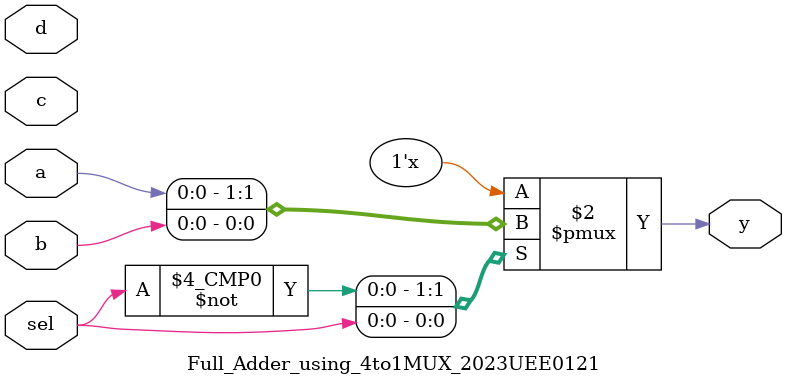
<source format=v>
`timescale 1ns / 1ps

module Full_Adder_using_4to1MUX_2023UEE0121(
    input wire a, b, c, d, sel,
    output reg y
);

always @(*) begin
case (sel)
0: y = a;
1: y = b;
2: y = c;
3: y = d;
default: y = 0; 
endcase
end
endmodule


</source>
